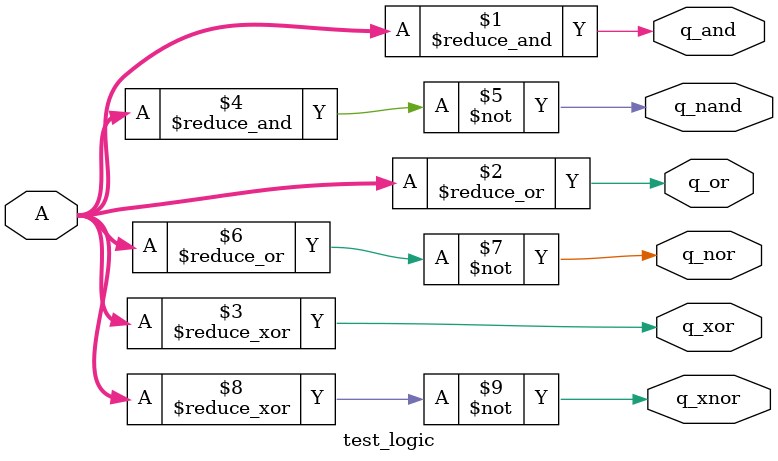
<source format=v>
module test_logic(	// file.cleaned.mlir:2:3
  input  [3:0] A,	// file.cleaned.mlir:2:28
  output       q_and,	// file.cleaned.mlir:2:41
               q_or,	// file.cleaned.mlir:2:57
               q_xor,	// file.cleaned.mlir:2:72
               q_nand,	// file.cleaned.mlir:2:88
               q_nor,	// file.cleaned.mlir:2:105
               q_xnor	// file.cleaned.mlir:2:121
);

  assign q_and = &A;	// file.cleaned.mlir:6:10, :12:5
  assign q_or = |A;	// file.cleaned.mlir:7:10, :12:5
  assign q_xor = ^A;	// file.cleaned.mlir:8:10, :12:5
  assign q_nand = ~(&A);	// file.cleaned.mlir:6:10, :9:10, :12:5
  assign q_nor = ~(|A);	// file.cleaned.mlir:7:10, :10:10, :12:5
  assign q_xnor = ~(^A);	// file.cleaned.mlir:8:10, :11:10, :12:5
endmodule


</source>
